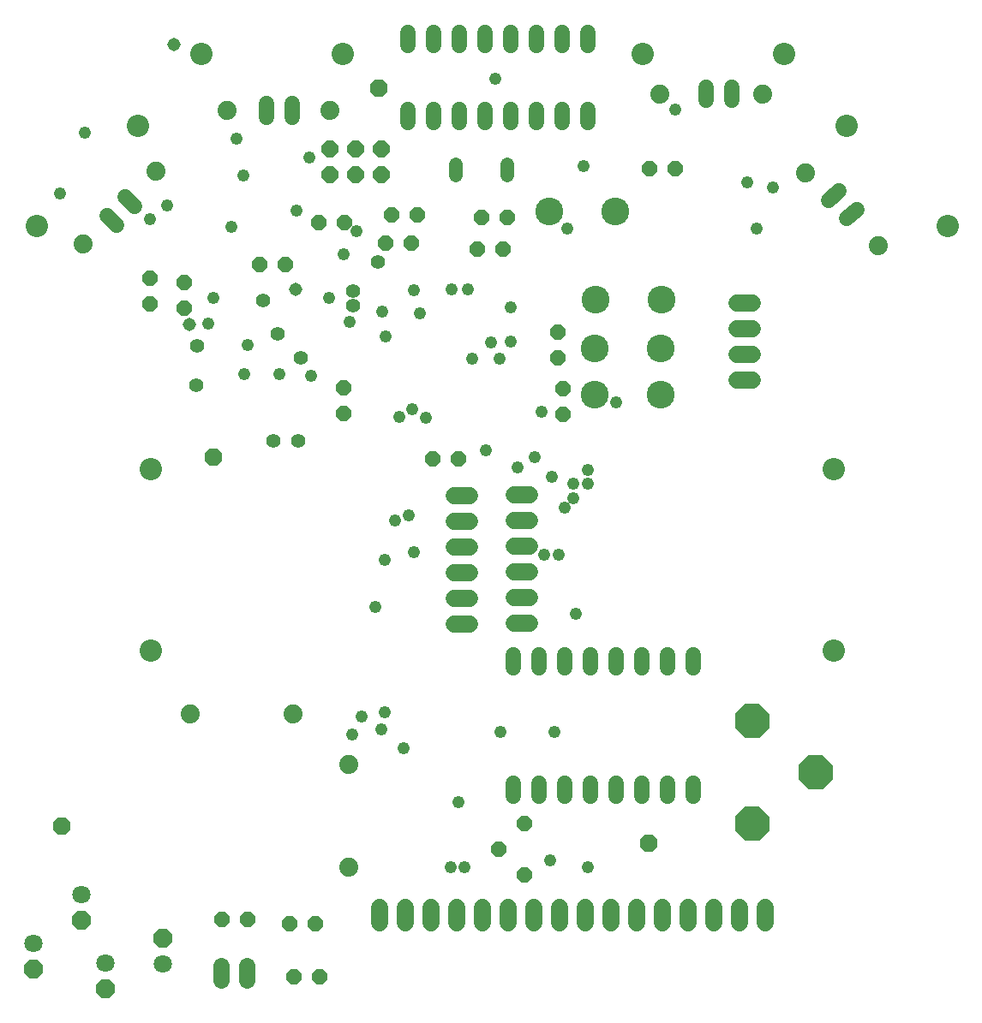
<source format=gbs>
G75*
%MOIN*%
%OFA0B0*%
%FSLAX25Y25*%
%IPPOS*%
%LPD*%
%AMOC8*
5,1,8,0,0,1.08239X$1,22.5*
%
%ADD10C,0.08674*%
%ADD11OC8,0.06000*%
%ADD12C,0.07400*%
%ADD13OC8,0.13200*%
%ADD14C,0.06000*%
%ADD15C,0.06800*%
%ADD16C,0.06400*%
%ADD17C,0.05200*%
%ADD18OC8,0.06400*%
%ADD19C,0.10800*%
%ADD20OC8,0.06800*%
%ADD21OC8,0.07100*%
%ADD22C,0.07100*%
%ADD23C,0.05950*%
%ADD24C,0.04800*%
%ADD25C,0.05550*%
%ADD26C,0.05156*%
D10*
X0068003Y0152561D03*
X0068003Y0223427D03*
X0023712Y0317915D03*
X0063082Y0356892D03*
X0087491Y0384845D03*
X0142609Y0384845D03*
X0259145Y0384845D03*
X0314263Y0384845D03*
X0338672Y0356892D03*
X0378043Y0317915D03*
X0333751Y0223427D03*
X0333751Y0152561D03*
D11*
X0228180Y0244498D03*
X0228180Y0254498D03*
X0226424Y0266636D03*
X0226424Y0276636D03*
X0204822Y0309030D03*
X0194822Y0309030D03*
X0196507Y0321404D03*
X0206507Y0321404D03*
X0171641Y0322333D03*
X0161641Y0322333D03*
X0159401Y0311250D03*
X0169401Y0311250D03*
X0143401Y0319226D03*
X0133401Y0319226D03*
X0120129Y0303140D03*
X0110129Y0303140D03*
X0081066Y0296116D03*
X0081066Y0286116D03*
X0067735Y0287538D03*
X0067735Y0297538D03*
X0142794Y0254963D03*
X0142794Y0244963D03*
X0177645Y0227203D03*
X0187645Y0227203D03*
X0261850Y0340167D03*
X0271850Y0340167D03*
X0213224Y0085187D03*
X0203224Y0075187D03*
X0213224Y0065187D03*
X0133491Y0025628D03*
X0123491Y0025628D03*
X0121901Y0046475D03*
X0131901Y0046475D03*
X0105566Y0048045D03*
X0095566Y0048045D03*
D12*
X0145054Y0068423D03*
X0145054Y0108423D03*
X0123212Y0128045D03*
X0083212Y0128045D03*
X0041656Y0311128D03*
X0069941Y0339412D03*
X0097680Y0363022D03*
X0137680Y0363022D03*
X0265830Y0369171D03*
X0305830Y0369171D03*
X0322641Y0338487D03*
X0350925Y0310202D03*
D13*
X0302011Y0125163D03*
X0326511Y0105163D03*
X0302011Y0085163D03*
D14*
X0338701Y0320843D02*
X0342441Y0324456D01*
X0335495Y0331649D02*
X0331754Y0328037D01*
X0293854Y0366859D02*
X0293854Y0372059D01*
X0283854Y0372059D02*
X0283854Y0366859D01*
X0238003Y0363405D02*
X0238003Y0358205D01*
X0228003Y0358205D02*
X0228003Y0363405D01*
X0218003Y0363405D02*
X0218003Y0358205D01*
X0208003Y0358205D02*
X0208003Y0363405D01*
X0198003Y0363405D02*
X0198003Y0358205D01*
X0188003Y0358205D02*
X0188003Y0363405D01*
X0178003Y0363405D02*
X0178003Y0358205D01*
X0168003Y0358205D02*
X0168003Y0363405D01*
X0168003Y0388205D02*
X0168003Y0393405D01*
X0178003Y0393405D02*
X0178003Y0388205D01*
X0188003Y0388205D02*
X0188003Y0393405D01*
X0198003Y0393405D02*
X0198003Y0388205D01*
X0208003Y0388205D02*
X0208003Y0393405D01*
X0218003Y0393405D02*
X0218003Y0388205D01*
X0228003Y0388205D02*
X0228003Y0393405D01*
X0238003Y0393405D02*
X0238003Y0388205D01*
X0122932Y0365539D02*
X0122932Y0360339D01*
X0112932Y0360339D02*
X0112932Y0365539D01*
X0061560Y0325621D02*
X0057813Y0329227D01*
X0050879Y0322021D02*
X0054626Y0318415D01*
D15*
X0186066Y0212994D02*
X0192066Y0212994D01*
X0192066Y0202994D02*
X0186066Y0202994D01*
X0186066Y0192994D02*
X0192066Y0192994D01*
X0192066Y0182994D02*
X0186066Y0182994D01*
X0186066Y0172994D02*
X0192066Y0172994D01*
X0192066Y0162994D02*
X0186066Y0162994D01*
X0209259Y0163238D02*
X0215259Y0163238D01*
X0215259Y0173238D02*
X0209259Y0173238D01*
X0209259Y0183238D02*
X0215259Y0183238D01*
X0215259Y0193238D02*
X0209259Y0193238D01*
X0209259Y0203238D02*
X0215259Y0203238D01*
X0215259Y0213238D02*
X0209259Y0213238D01*
X0295889Y0258073D02*
X0301889Y0258073D01*
X0301889Y0268073D02*
X0295889Y0268073D01*
X0295889Y0278073D02*
X0301889Y0278073D01*
X0301889Y0288073D02*
X0295889Y0288073D01*
X0296834Y0052549D02*
X0296834Y0046549D01*
X0286834Y0046549D02*
X0286834Y0052549D01*
X0276834Y0052549D02*
X0276834Y0046549D01*
X0266834Y0046549D02*
X0266834Y0052549D01*
X0256834Y0052549D02*
X0256834Y0046549D01*
X0246834Y0046549D02*
X0246834Y0052549D01*
X0236834Y0052549D02*
X0236834Y0046549D01*
X0226834Y0046549D02*
X0226834Y0052549D01*
X0216834Y0052549D02*
X0216834Y0046549D01*
X0206834Y0046549D02*
X0206834Y0052549D01*
X0196834Y0052549D02*
X0196834Y0046549D01*
X0186834Y0046549D02*
X0186834Y0052549D01*
X0176834Y0052549D02*
X0176834Y0046549D01*
X0166834Y0046549D02*
X0166834Y0052549D01*
X0156834Y0052549D02*
X0156834Y0046549D01*
X0306834Y0046549D02*
X0306834Y0052549D01*
D16*
X0105361Y0029893D02*
X0105361Y0024293D01*
X0095361Y0024293D02*
X0095361Y0029893D01*
D17*
X0186468Y0337660D02*
X0186468Y0342060D01*
X0206468Y0342060D02*
X0206468Y0337660D01*
D18*
X0157716Y0338136D03*
X0157716Y0348136D03*
X0147716Y0348136D03*
X0147716Y0338136D03*
X0137716Y0338136D03*
X0137716Y0348136D03*
D19*
X0222893Y0323656D03*
X0248483Y0323656D03*
X0240905Y0289160D03*
X0240743Y0270459D03*
X0240546Y0252364D03*
X0266137Y0252364D03*
X0266334Y0270459D03*
X0266495Y0289160D03*
D20*
X0156617Y0371723D03*
X0092243Y0228108D03*
X0033106Y0084372D03*
X0261743Y0077498D03*
D21*
X0022208Y0028817D03*
X0040818Y0047534D03*
X0050326Y0020978D03*
X0072641Y0040597D03*
D22*
X0072641Y0030597D03*
X0050326Y0030978D03*
X0040818Y0057534D03*
X0022208Y0038817D03*
D23*
X0208980Y0095963D02*
X0208980Y0101112D01*
X0218980Y0101112D02*
X0218980Y0095963D01*
X0228980Y0095963D02*
X0228980Y0101112D01*
X0238980Y0101112D02*
X0238980Y0095963D01*
X0248980Y0095963D02*
X0248980Y0101112D01*
X0258980Y0101112D02*
X0258980Y0095963D01*
X0268980Y0095963D02*
X0268980Y0101112D01*
X0278980Y0101112D02*
X0278980Y0095963D01*
X0278980Y0145963D02*
X0278980Y0151112D01*
X0268980Y0151112D02*
X0268980Y0145963D01*
X0258980Y0145963D02*
X0258980Y0151112D01*
X0248980Y0151112D02*
X0248980Y0145963D01*
X0238980Y0145963D02*
X0238980Y0151112D01*
X0228980Y0151112D02*
X0228980Y0145963D01*
X0218980Y0145963D02*
X0218980Y0151112D01*
X0208980Y0151112D02*
X0208980Y0145963D01*
D24*
X0203830Y0121065D03*
X0224991Y0121065D03*
X0187590Y0093506D03*
X0190050Y0068408D03*
X0184637Y0068408D03*
X0223417Y0071057D03*
X0237787Y0068408D03*
X0166428Y0114667D03*
X0157631Y0122049D03*
X0158827Y0128703D03*
X0149972Y0126826D03*
X0146251Y0120081D03*
X0155109Y0169786D03*
X0158827Y0188129D03*
X0170253Y0191025D03*
X0162983Y0203250D03*
X0168397Y0205219D03*
X0198417Y0230809D03*
X0210720Y0223919D03*
X0217117Y0227856D03*
X0224007Y0220475D03*
X0232373Y0217522D03*
X0232373Y0212108D03*
X0228928Y0208171D03*
X0237787Y0217522D03*
X0237787Y0222935D03*
X0220027Y0245729D03*
X0203512Y0266429D03*
X0200227Y0272729D03*
X0193027Y0266429D03*
X0208012Y0273004D03*
X0207767Y0286419D03*
X0191227Y0293429D03*
X0184927Y0293429D03*
X0170182Y0292952D03*
X0172615Y0283839D03*
X0158009Y0284675D03*
X0159234Y0274933D03*
X0145292Y0280672D03*
X0137393Y0289864D03*
X0142965Y0307023D03*
X0148027Y0315929D03*
X0124709Y0323963D03*
X0129666Y0344729D03*
X0103927Y0337529D03*
X0101227Y0351929D03*
X0074227Y0325829D03*
X0067574Y0320775D03*
X0092227Y0289829D03*
X0090427Y0279929D03*
X0105629Y0271801D03*
X0104143Y0260338D03*
X0117855Y0260365D03*
X0130334Y0259684D03*
X0164460Y0243679D03*
X0169532Y0246612D03*
X0174842Y0243431D03*
X0221054Y0189963D03*
X0226468Y0189963D03*
X0233357Y0166833D03*
X0248827Y0249329D03*
X0229927Y0316829D03*
X0236274Y0341309D03*
X0271995Y0363400D03*
X0299792Y0334829D03*
X0310027Y0333029D03*
X0303727Y0316829D03*
X0202027Y0375329D03*
X0099427Y0317729D03*
X0042342Y0354419D03*
X0032688Y0330506D03*
D25*
X0085763Y0271337D03*
X0085637Y0256124D03*
X0115487Y0234467D03*
X0125342Y0234400D03*
X0126413Y0266671D03*
X0117405Y0276093D03*
X0111554Y0288951D03*
X0146539Y0292786D03*
X0146716Y0286837D03*
X0156397Y0304144D03*
D26*
X0124279Y0293337D03*
X0082783Y0279624D03*
X0077050Y0388585D03*
M02*

</source>
